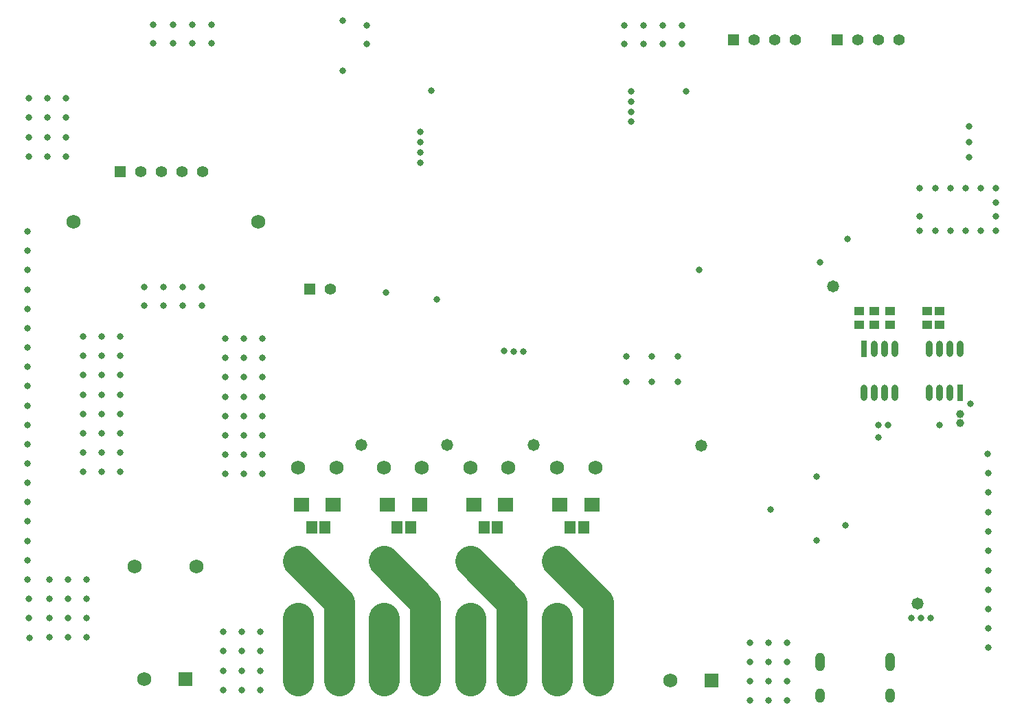
<source format=gbs>
G04*
G04 #@! TF.GenerationSoftware,Altium Limited,Altium Designer,21.3.2 (30)*
G04*
G04 Layer_Color=16711935*
%FSLAX44Y44*%
%MOMM*%
G71*
G04*
G04 #@! TF.SameCoordinates,E904BC2C-911D-44D5-97E6-C51C7131D4A3*
G04*
G04*
G04 #@! TF.FilePolarity,Negative*
G04*
G01*
G75*
%ADD56R,1.9032X1.7032*%
%ADD60R,1.1532X1.0032*%
%ADD66R,1.4532X1.6032*%
%ADD83C,1.4032*%
%ADD84R,1.4032X1.4032*%
%ADD85C,1.7272*%
%ADD86C,1.0032*%
%ADD87R,1.7272X1.7272*%
%ADD88O,1.2032X2.3032*%
%ADD89O,1.2032X1.8032*%
%ADD90C,0.8382*%
%ADD91C,1.4732*%
%ADD106O,0.8032X2.0032*%
%ADD107R,0.8032X2.0032*%
%ADD108C,3.8100*%
D56*
X719520Y267970D02*
D03*
X680020D02*
D03*
X573873D02*
D03*
X613373D02*
D03*
X361153D02*
D03*
X400653D02*
D03*
X467813D02*
D03*
X507313D02*
D03*
D60*
X1087120Y506380D02*
D03*
Y489880D02*
D03*
X1068070Y506380D02*
D03*
Y489880D02*
D03*
X1049020Y506380D02*
D03*
Y489880D02*
D03*
X1132840Y489590D02*
D03*
Y506090D02*
D03*
X1148080Y489590D02*
D03*
Y506090D02*
D03*
D66*
X709290Y240030D02*
D03*
X692790D02*
D03*
X586740D02*
D03*
X603240D02*
D03*
X374020D02*
D03*
X390520D02*
D03*
X479430D02*
D03*
X495930D02*
D03*
D83*
X397510Y533830D02*
D03*
X163830Y678180D02*
D03*
X189230D02*
D03*
X214630D02*
D03*
X240030D02*
D03*
X919480Y840740D02*
D03*
X944880D02*
D03*
X970280D02*
D03*
X1047750D02*
D03*
X1073150D02*
D03*
X1098550D02*
D03*
D84*
X372110Y533830D02*
D03*
X138430Y678180D02*
D03*
X894080Y840740D02*
D03*
X1022350D02*
D03*
D85*
X569590Y198120D02*
D03*
X167707Y52480D02*
D03*
X155410Y191360D02*
D03*
X232410D02*
D03*
X308410Y616360D02*
D03*
X80410D02*
D03*
X816610Y50800D02*
D03*
X676910Y313120D02*
D03*
X723910D02*
D03*
X676910Y128120D02*
D03*
Y198120D02*
D03*
X569590Y128120D02*
D03*
X616590Y313120D02*
D03*
X569590D02*
D03*
X357373Y198120D02*
D03*
Y128120D02*
D03*
X404373Y313120D02*
D03*
X357373D02*
D03*
X357293Y50800D02*
D03*
X463550D02*
D03*
X676910D02*
D03*
X570230D02*
D03*
X462783Y198120D02*
D03*
Y128120D02*
D03*
X509783Y313120D02*
D03*
X462783D02*
D03*
D86*
X1173480Y379730D02*
D03*
Y368730D02*
D03*
D87*
X218507Y52480D02*
D03*
X867410Y50800D02*
D03*
X408093D02*
D03*
X514350D02*
D03*
X727710D02*
D03*
X621030D02*
D03*
D88*
X1087120Y74120D02*
D03*
X1000720D02*
D03*
D89*
X1087120Y32320D02*
D03*
X1000720D02*
D03*
D90*
X1123950Y657860D02*
D03*
X1142746D02*
D03*
X1161542D02*
D03*
X1180338D02*
D03*
X1199134D02*
D03*
X1217930Y657860D02*
D03*
Y623147D02*
D03*
Y605790D02*
D03*
X1199134D02*
D03*
X1180338D02*
D03*
X1161542D02*
D03*
X1142746D02*
D03*
X1123950D02*
D03*
Y623147D02*
D03*
X1217930Y640503D02*
D03*
X441960Y858520D02*
D03*
Y835660D02*
D03*
X466090Y529590D02*
D03*
X508000Y715010D02*
D03*
Y727710D02*
D03*
Y689610D02*
D03*
Y702310D02*
D03*
X528320Y520700D02*
D03*
X611464Y457159D02*
D03*
X635000Y456565D02*
D03*
X622935D02*
D03*
X762000Y450850D02*
D03*
Y419100D02*
D03*
X825500D02*
D03*
X793750D02*
D03*
X768350Y777240D02*
D03*
Y764540D02*
D03*
Y751840D02*
D03*
Y740410D02*
D03*
X412750Y802640D02*
D03*
X521970Y778510D02*
D03*
X412750Y864870D02*
D03*
X835660Y777240D02*
D03*
X1000760Y566420D02*
D03*
X1035050Y595630D02*
D03*
X115570Y308229D02*
D03*
Y332063D02*
D03*
Y355896D02*
D03*
Y379730D02*
D03*
X138430Y308229D02*
D03*
Y332063D02*
D03*
Y355896D02*
D03*
Y379730D02*
D03*
X92710D02*
D03*
Y355896D02*
D03*
Y332063D02*
D03*
Y308229D02*
D03*
X290830Y305689D02*
D03*
Y329523D02*
D03*
Y353356D02*
D03*
Y377190D02*
D03*
X313690Y305689D02*
D03*
Y329523D02*
D03*
Y353356D02*
D03*
Y377190D02*
D03*
X267970D02*
D03*
Y353356D02*
D03*
Y329523D02*
D03*
Y305689D02*
D03*
X115570Y403479D02*
D03*
Y427313D02*
D03*
Y451146D02*
D03*
Y474980D02*
D03*
X138430Y403479D02*
D03*
Y427313D02*
D03*
Y451146D02*
D03*
Y474980D02*
D03*
X92710D02*
D03*
Y451146D02*
D03*
Y427313D02*
D03*
Y403479D02*
D03*
X290830Y400939D02*
D03*
Y424773D02*
D03*
Y448606D02*
D03*
Y472440D02*
D03*
X313690Y400939D02*
D03*
Y424773D02*
D03*
Y448606D02*
D03*
Y472440D02*
D03*
X267970D02*
D03*
Y448606D02*
D03*
Y424773D02*
D03*
Y400939D02*
D03*
X48260Y768731D02*
D03*
Y744897D02*
D03*
Y721064D02*
D03*
Y697230D02*
D03*
X25400Y768731D02*
D03*
Y744897D02*
D03*
Y721064D02*
D03*
Y697230D02*
D03*
X71120D02*
D03*
Y721064D02*
D03*
Y744897D02*
D03*
Y768731D02*
D03*
X73660Y175641D02*
D03*
Y151807D02*
D03*
Y127974D02*
D03*
Y104140D02*
D03*
X50800Y175641D02*
D03*
Y151807D02*
D03*
Y127974D02*
D03*
Y104140D02*
D03*
X96520D02*
D03*
Y127974D02*
D03*
Y151807D02*
D03*
Y175641D02*
D03*
X288290Y110871D02*
D03*
Y87037D02*
D03*
Y63204D02*
D03*
Y39370D02*
D03*
X265430Y110871D02*
D03*
Y87037D02*
D03*
Y63204D02*
D03*
Y39370D02*
D03*
X311150D02*
D03*
Y63204D02*
D03*
Y87037D02*
D03*
Y110871D02*
D03*
X960120Y97875D02*
D03*
Y74041D02*
D03*
Y50207D02*
D03*
Y26374D02*
D03*
X914400D02*
D03*
Y50207D02*
D03*
Y74041D02*
D03*
Y97875D02*
D03*
X937260Y26374D02*
D03*
Y50207D02*
D03*
Y74041D02*
D03*
Y97875D02*
D03*
X793750Y450850D02*
D03*
X825500D02*
D03*
X759164Y858520D02*
D03*
X782997D02*
D03*
X806831D02*
D03*
X830665D02*
D03*
X759164Y835660D02*
D03*
X782997D02*
D03*
X806831D02*
D03*
X830665D02*
D03*
X167344Y535940D02*
D03*
X191177D02*
D03*
X215011D02*
D03*
X238845D02*
D03*
X167344Y513080D02*
D03*
X191177D02*
D03*
X215011D02*
D03*
X238845D02*
D03*
X250571Y836930D02*
D03*
X226737D02*
D03*
X202904D02*
D03*
X179070D02*
D03*
X250571Y859790D02*
D03*
X226737D02*
D03*
X202904D02*
D03*
X179070D02*
D03*
X24130Y604520D02*
D03*
Y580686D02*
D03*
Y556852D02*
D03*
Y485352D02*
D03*
Y509185D02*
D03*
Y533019D02*
D03*
Y413851D02*
D03*
Y437684D02*
D03*
Y461518D02*
D03*
Y366183D02*
D03*
Y390017D02*
D03*
Y342350D02*
D03*
Y318516D02*
D03*
Y294682D02*
D03*
Y223181D02*
D03*
Y247015D02*
D03*
Y270849D02*
D03*
X25817Y151638D02*
D03*
X24130Y175514D02*
D03*
Y199348D02*
D03*
X25956Y103759D02*
D03*
X25817Y127635D02*
D03*
X1208187Y115062D02*
D03*
X1208326Y91186D02*
D03*
X1208048Y186817D02*
D03*
X1208187Y162941D02*
D03*
Y139065D02*
D03*
X1207909Y258572D02*
D03*
X1208048Y234696D02*
D03*
Y210820D02*
D03*
X1207909Y282575D02*
D03*
Y306451D02*
D03*
X1207770Y330327D02*
D03*
X1113155Y128131D02*
D03*
X1125220Y128270D02*
D03*
X1137285Y128131D02*
D03*
X1184910Y695960D02*
D03*
Y715010D02*
D03*
Y734060D02*
D03*
X1084580Y365760D02*
D03*
X1072515Y365899D02*
D03*
X1186319Y391795D02*
D03*
X939800Y261620D02*
D03*
X996950Y223520D02*
D03*
Y302260D02*
D03*
X1032510Y242570D02*
D03*
X852170Y557530D02*
D03*
X1073150Y350520D02*
D03*
X1148080Y365760D02*
D03*
D91*
X854710Y340360D02*
D03*
X1121410Y146050D02*
D03*
X1017270Y537210D02*
D03*
X647700Y341630D02*
D03*
X541020D02*
D03*
X435610D02*
D03*
D106*
X1093470Y406030D02*
D03*
X1080770D02*
D03*
X1068070D02*
D03*
X1055370D02*
D03*
X1093470Y460030D02*
D03*
X1080770D02*
D03*
X1068070D02*
D03*
X1135380D02*
D03*
X1148080D02*
D03*
X1160780D02*
D03*
X1173480D02*
D03*
X1135380Y406030D02*
D03*
X1148080D02*
D03*
X1160780D02*
D03*
D107*
X1055370Y460030D02*
D03*
X1173480Y406030D02*
D03*
D108*
X357333Y50840D02*
Y128080D01*
X676910Y198120D02*
X727710Y147320D01*
Y50800D02*
Y147320D01*
X676910Y50800D02*
Y128120D01*
X621030Y50800D02*
Y146680D01*
X569590Y198120D02*
X621030Y146680D01*
X569910Y51120D02*
Y127800D01*
X462783Y198120D02*
X514350Y146553D01*
Y50800D02*
Y146553D01*
X463167Y51184D02*
Y127737D01*
X408093Y50800D02*
Y147400D01*
X357373Y198120D02*
X408093Y147400D01*
M02*

</source>
